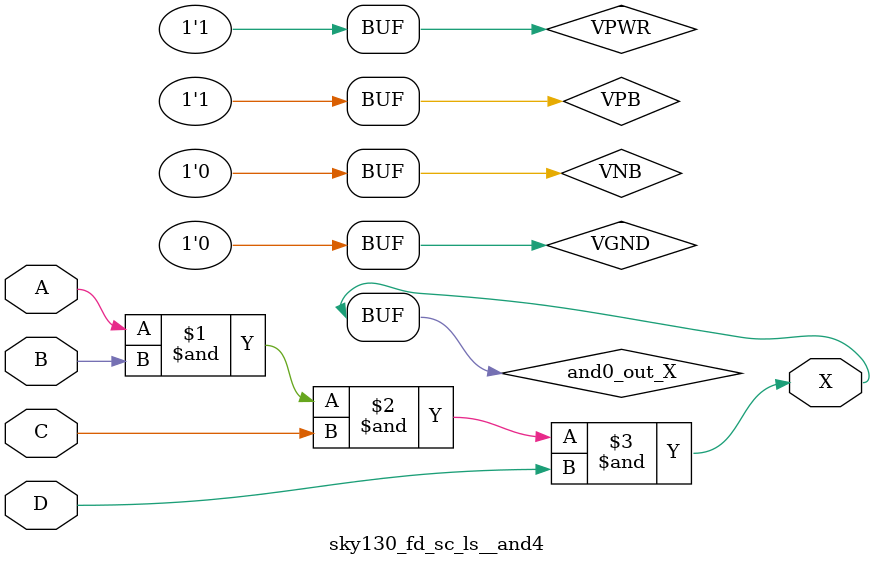
<source format=v>
/*
 * Copyright 2020 The SkyWater PDK Authors
 *
 * Licensed under the Apache License, Version 2.0 (the "License");
 * you may not use this file except in compliance with the License.
 * You may obtain a copy of the License at
 *
 *     https://www.apache.org/licenses/LICENSE-2.0
 *
 * Unless required by applicable law or agreed to in writing, software
 * distributed under the License is distributed on an "AS IS" BASIS,
 * WITHOUT WARRANTIES OR CONDITIONS OF ANY KIND, either express or implied.
 * See the License for the specific language governing permissions and
 * limitations under the License.
 *
 * SPDX-License-Identifier: Apache-2.0
*/


`ifndef SKY130_FD_SC_LS__AND4_TIMING_V
`define SKY130_FD_SC_LS__AND4_TIMING_V

/**
 * and4: 4-input AND.
 *
 * Verilog simulation timing model.
 */

`timescale 1ns / 1ps
`default_nettype none

`celldefine
module sky130_fd_sc_ls__and4 (
    X,
    A,
    B,
    C,
    D
);

    // Module ports
    output X;
    input  A;
    input  B;
    input  C;
    input  D;

    // Module supplies
    supply1 VPWR;
    supply0 VGND;
    supply1 VPB ;
    supply0 VNB ;

    // Local signals
    wire and0_out_X;

    //  Name  Output      Other arguments
    and and0 (and0_out_X, A, B, C, D     );
    buf buf0 (X         , and0_out_X     );

endmodule
`endcelldefine

`default_nettype wire
`endif  // SKY130_FD_SC_LS__AND4_TIMING_V

</source>
